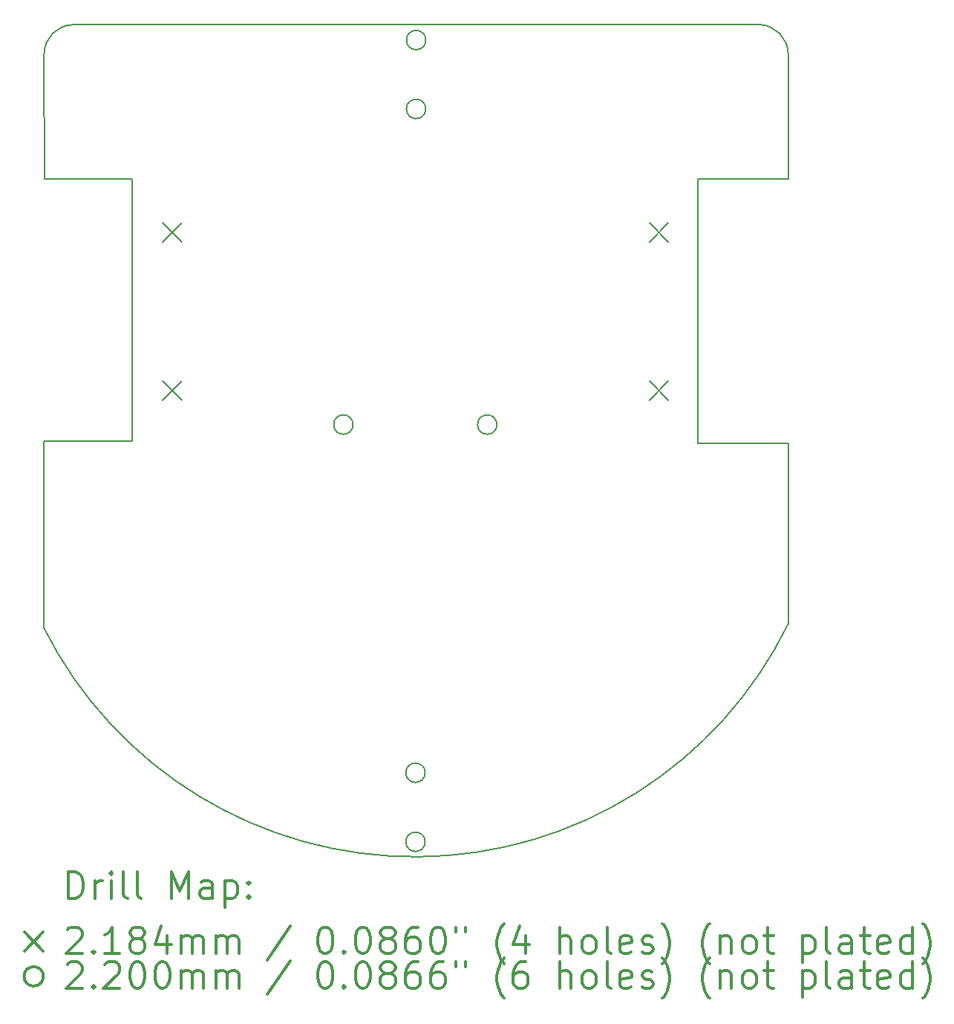
<source format=gbr>
%FSLAX45Y45*%
G04 Gerber Fmt 4.5, Leading zero omitted, Abs format (unit mm)*
G04 Created by KiCad (PCBNEW (5.1.12-1-10_14)) date 2022-11-01 19:05:08*
%MOMM*%
%LPD*%
G01*
G04 APERTURE LIST*
%TA.AperFunction,Profile*%
%ADD10C,0.150000*%
%TD*%
%ADD11C,0.200000*%
%ADD12C,0.300000*%
G04 APERTURE END LIST*
D10*
X20257081Y-12288047D02*
X20256246Y-10241280D01*
X11766296Y-12347702D02*
X11765280Y-10215880D01*
X11766742Y-5803646D02*
G75*
G02*
X12097258Y-5465318I337120J1270D01*
G01*
X19915632Y-5464789D02*
G75*
G02*
X20252182Y-5798058I-508J-337079D01*
G01*
X11767820Y-7221220D02*
X11766804Y-5803646D01*
X20251420Y-7221220D02*
X20252182Y-5798058D01*
X11767820Y-7221220D02*
X12771120Y-7221220D01*
X19222720Y-7221220D02*
X20251420Y-7221220D01*
X20256246Y-10241280D02*
X19222720Y-10241280D01*
X11765280Y-10215880D02*
X12771120Y-10215880D01*
X20257080Y-12288047D02*
G75*
G02*
X11766296Y-12347702I-4260160J2072167D01*
G01*
X19222720Y-7221220D02*
X19222720Y-10241280D01*
X12097258Y-5465318D02*
X19915632Y-5464556D01*
X12771120Y-10215880D02*
X12771120Y-7221220D01*
D11*
X13116180Y-7728380D02*
X13334620Y-7946820D01*
X13334620Y-7728380D02*
X13116180Y-7946820D01*
X13116180Y-9528380D02*
X13334620Y-9746820D01*
X13334620Y-9528380D02*
X13116180Y-9746820D01*
X18669380Y-7728380D02*
X18887820Y-7946820D01*
X18887820Y-7728380D02*
X18669380Y-7946820D01*
X18669380Y-9528380D02*
X18887820Y-9746820D01*
X18887820Y-9528380D02*
X18669380Y-9746820D01*
X15289040Y-10025380D02*
G75*
G03*
X15289040Y-10025380I-110000J0D01*
G01*
X16112000Y-13995400D02*
G75*
G03*
X16112000Y-13995400I-110000J0D01*
G01*
X16112000Y-14782800D02*
G75*
G03*
X16112000Y-14782800I-110000J0D01*
G01*
X16118350Y-6426200D02*
G75*
G03*
X16118350Y-6426200I-110000J0D01*
G01*
X16119620Y-5641340D02*
G75*
G03*
X16119620Y-5641340I-110000J0D01*
G01*
X16929880Y-10025380D02*
G75*
G03*
X16929880Y-10025380I-110000J0D01*
G01*
D12*
X12044208Y-15426482D02*
X12044208Y-15126482D01*
X12115637Y-15126482D01*
X12158494Y-15140768D01*
X12187066Y-15169339D01*
X12201351Y-15197911D01*
X12215637Y-15255054D01*
X12215637Y-15297911D01*
X12201351Y-15355054D01*
X12187066Y-15383625D01*
X12158494Y-15412196D01*
X12115637Y-15426482D01*
X12044208Y-15426482D01*
X12344208Y-15426482D02*
X12344208Y-15226482D01*
X12344208Y-15283625D02*
X12358494Y-15255054D01*
X12372780Y-15240768D01*
X12401351Y-15226482D01*
X12429923Y-15226482D01*
X12529923Y-15426482D02*
X12529923Y-15226482D01*
X12529923Y-15126482D02*
X12515637Y-15140768D01*
X12529923Y-15155054D01*
X12544208Y-15140768D01*
X12529923Y-15126482D01*
X12529923Y-15155054D01*
X12715637Y-15426482D02*
X12687066Y-15412196D01*
X12672780Y-15383625D01*
X12672780Y-15126482D01*
X12872780Y-15426482D02*
X12844208Y-15412196D01*
X12829923Y-15383625D01*
X12829923Y-15126482D01*
X13215637Y-15426482D02*
X13215637Y-15126482D01*
X13315637Y-15340768D01*
X13415637Y-15126482D01*
X13415637Y-15426482D01*
X13687066Y-15426482D02*
X13687066Y-15269339D01*
X13672780Y-15240768D01*
X13644208Y-15226482D01*
X13587066Y-15226482D01*
X13558494Y-15240768D01*
X13687066Y-15412196D02*
X13658494Y-15426482D01*
X13587066Y-15426482D01*
X13558494Y-15412196D01*
X13544208Y-15383625D01*
X13544208Y-15355054D01*
X13558494Y-15326482D01*
X13587066Y-15312196D01*
X13658494Y-15312196D01*
X13687066Y-15297911D01*
X13829923Y-15226482D02*
X13829923Y-15526482D01*
X13829923Y-15240768D02*
X13858494Y-15226482D01*
X13915637Y-15226482D01*
X13944208Y-15240768D01*
X13958494Y-15255054D01*
X13972780Y-15283625D01*
X13972780Y-15369339D01*
X13958494Y-15397911D01*
X13944208Y-15412196D01*
X13915637Y-15426482D01*
X13858494Y-15426482D01*
X13829923Y-15412196D01*
X14101351Y-15397911D02*
X14115637Y-15412196D01*
X14101351Y-15426482D01*
X14087066Y-15412196D01*
X14101351Y-15397911D01*
X14101351Y-15426482D01*
X14101351Y-15240768D02*
X14115637Y-15255054D01*
X14101351Y-15269339D01*
X14087066Y-15255054D01*
X14101351Y-15240768D01*
X14101351Y-15269339D01*
X11539340Y-15811548D02*
X11757780Y-16029988D01*
X11757780Y-15811548D02*
X11539340Y-16029988D01*
X12029923Y-15785054D02*
X12044208Y-15770768D01*
X12072780Y-15756482D01*
X12144208Y-15756482D01*
X12172780Y-15770768D01*
X12187066Y-15785054D01*
X12201351Y-15813625D01*
X12201351Y-15842196D01*
X12187066Y-15885054D01*
X12015637Y-16056482D01*
X12201351Y-16056482D01*
X12329923Y-16027911D02*
X12344208Y-16042196D01*
X12329923Y-16056482D01*
X12315637Y-16042196D01*
X12329923Y-16027911D01*
X12329923Y-16056482D01*
X12629923Y-16056482D02*
X12458494Y-16056482D01*
X12544208Y-16056482D02*
X12544208Y-15756482D01*
X12515637Y-15799339D01*
X12487066Y-15827911D01*
X12458494Y-15842196D01*
X12801351Y-15885054D02*
X12772780Y-15870768D01*
X12758494Y-15856482D01*
X12744208Y-15827911D01*
X12744208Y-15813625D01*
X12758494Y-15785054D01*
X12772780Y-15770768D01*
X12801351Y-15756482D01*
X12858494Y-15756482D01*
X12887066Y-15770768D01*
X12901351Y-15785054D01*
X12915637Y-15813625D01*
X12915637Y-15827911D01*
X12901351Y-15856482D01*
X12887066Y-15870768D01*
X12858494Y-15885054D01*
X12801351Y-15885054D01*
X12772780Y-15899339D01*
X12758494Y-15913625D01*
X12744208Y-15942196D01*
X12744208Y-15999339D01*
X12758494Y-16027911D01*
X12772780Y-16042196D01*
X12801351Y-16056482D01*
X12858494Y-16056482D01*
X12887066Y-16042196D01*
X12901351Y-16027911D01*
X12915637Y-15999339D01*
X12915637Y-15942196D01*
X12901351Y-15913625D01*
X12887066Y-15899339D01*
X12858494Y-15885054D01*
X13172780Y-15856482D02*
X13172780Y-16056482D01*
X13101351Y-15742196D02*
X13029923Y-15956482D01*
X13215637Y-15956482D01*
X13329923Y-16056482D02*
X13329923Y-15856482D01*
X13329923Y-15885054D02*
X13344208Y-15870768D01*
X13372780Y-15856482D01*
X13415637Y-15856482D01*
X13444208Y-15870768D01*
X13458494Y-15899339D01*
X13458494Y-16056482D01*
X13458494Y-15899339D02*
X13472780Y-15870768D01*
X13501351Y-15856482D01*
X13544208Y-15856482D01*
X13572780Y-15870768D01*
X13587066Y-15899339D01*
X13587066Y-16056482D01*
X13729923Y-16056482D02*
X13729923Y-15856482D01*
X13729923Y-15885054D02*
X13744208Y-15870768D01*
X13772780Y-15856482D01*
X13815637Y-15856482D01*
X13844208Y-15870768D01*
X13858494Y-15899339D01*
X13858494Y-16056482D01*
X13858494Y-15899339D02*
X13872780Y-15870768D01*
X13901351Y-15856482D01*
X13944208Y-15856482D01*
X13972780Y-15870768D01*
X13987066Y-15899339D01*
X13987066Y-16056482D01*
X14572780Y-15742196D02*
X14315637Y-16127911D01*
X14958494Y-15756482D02*
X14987066Y-15756482D01*
X15015637Y-15770768D01*
X15029923Y-15785054D01*
X15044208Y-15813625D01*
X15058494Y-15870768D01*
X15058494Y-15942196D01*
X15044208Y-15999339D01*
X15029923Y-16027911D01*
X15015637Y-16042196D01*
X14987066Y-16056482D01*
X14958494Y-16056482D01*
X14929923Y-16042196D01*
X14915637Y-16027911D01*
X14901351Y-15999339D01*
X14887066Y-15942196D01*
X14887066Y-15870768D01*
X14901351Y-15813625D01*
X14915637Y-15785054D01*
X14929923Y-15770768D01*
X14958494Y-15756482D01*
X15187066Y-16027911D02*
X15201351Y-16042196D01*
X15187066Y-16056482D01*
X15172780Y-16042196D01*
X15187066Y-16027911D01*
X15187066Y-16056482D01*
X15387066Y-15756482D02*
X15415637Y-15756482D01*
X15444208Y-15770768D01*
X15458494Y-15785054D01*
X15472780Y-15813625D01*
X15487066Y-15870768D01*
X15487066Y-15942196D01*
X15472780Y-15999339D01*
X15458494Y-16027911D01*
X15444208Y-16042196D01*
X15415637Y-16056482D01*
X15387066Y-16056482D01*
X15358494Y-16042196D01*
X15344208Y-16027911D01*
X15329923Y-15999339D01*
X15315637Y-15942196D01*
X15315637Y-15870768D01*
X15329923Y-15813625D01*
X15344208Y-15785054D01*
X15358494Y-15770768D01*
X15387066Y-15756482D01*
X15658494Y-15885054D02*
X15629923Y-15870768D01*
X15615637Y-15856482D01*
X15601351Y-15827911D01*
X15601351Y-15813625D01*
X15615637Y-15785054D01*
X15629923Y-15770768D01*
X15658494Y-15756482D01*
X15715637Y-15756482D01*
X15744208Y-15770768D01*
X15758494Y-15785054D01*
X15772780Y-15813625D01*
X15772780Y-15827911D01*
X15758494Y-15856482D01*
X15744208Y-15870768D01*
X15715637Y-15885054D01*
X15658494Y-15885054D01*
X15629923Y-15899339D01*
X15615637Y-15913625D01*
X15601351Y-15942196D01*
X15601351Y-15999339D01*
X15615637Y-16027911D01*
X15629923Y-16042196D01*
X15658494Y-16056482D01*
X15715637Y-16056482D01*
X15744208Y-16042196D01*
X15758494Y-16027911D01*
X15772780Y-15999339D01*
X15772780Y-15942196D01*
X15758494Y-15913625D01*
X15744208Y-15899339D01*
X15715637Y-15885054D01*
X16029923Y-15756482D02*
X15972780Y-15756482D01*
X15944208Y-15770768D01*
X15929923Y-15785054D01*
X15901351Y-15827911D01*
X15887066Y-15885054D01*
X15887066Y-15999339D01*
X15901351Y-16027911D01*
X15915637Y-16042196D01*
X15944208Y-16056482D01*
X16001351Y-16056482D01*
X16029923Y-16042196D01*
X16044208Y-16027911D01*
X16058494Y-15999339D01*
X16058494Y-15927911D01*
X16044208Y-15899339D01*
X16029923Y-15885054D01*
X16001351Y-15870768D01*
X15944208Y-15870768D01*
X15915637Y-15885054D01*
X15901351Y-15899339D01*
X15887066Y-15927911D01*
X16244208Y-15756482D02*
X16272780Y-15756482D01*
X16301351Y-15770768D01*
X16315637Y-15785054D01*
X16329923Y-15813625D01*
X16344208Y-15870768D01*
X16344208Y-15942196D01*
X16329923Y-15999339D01*
X16315637Y-16027911D01*
X16301351Y-16042196D01*
X16272780Y-16056482D01*
X16244208Y-16056482D01*
X16215637Y-16042196D01*
X16201351Y-16027911D01*
X16187066Y-15999339D01*
X16172780Y-15942196D01*
X16172780Y-15870768D01*
X16187066Y-15813625D01*
X16201351Y-15785054D01*
X16215637Y-15770768D01*
X16244208Y-15756482D01*
X16458494Y-15756482D02*
X16458494Y-15813625D01*
X16572780Y-15756482D02*
X16572780Y-15813625D01*
X17015637Y-16170768D02*
X17001351Y-16156482D01*
X16972780Y-16113625D01*
X16958494Y-16085054D01*
X16944208Y-16042196D01*
X16929923Y-15970768D01*
X16929923Y-15913625D01*
X16944208Y-15842196D01*
X16958494Y-15799339D01*
X16972780Y-15770768D01*
X17001351Y-15727911D01*
X17015637Y-15713625D01*
X17258494Y-15856482D02*
X17258494Y-16056482D01*
X17187066Y-15742196D02*
X17115637Y-15956482D01*
X17301351Y-15956482D01*
X17644208Y-16056482D02*
X17644208Y-15756482D01*
X17772780Y-16056482D02*
X17772780Y-15899339D01*
X17758494Y-15870768D01*
X17729923Y-15856482D01*
X17687066Y-15856482D01*
X17658494Y-15870768D01*
X17644208Y-15885054D01*
X17958494Y-16056482D02*
X17929923Y-16042196D01*
X17915637Y-16027911D01*
X17901351Y-15999339D01*
X17901351Y-15913625D01*
X17915637Y-15885054D01*
X17929923Y-15870768D01*
X17958494Y-15856482D01*
X18001351Y-15856482D01*
X18029923Y-15870768D01*
X18044208Y-15885054D01*
X18058494Y-15913625D01*
X18058494Y-15999339D01*
X18044208Y-16027911D01*
X18029923Y-16042196D01*
X18001351Y-16056482D01*
X17958494Y-16056482D01*
X18229923Y-16056482D02*
X18201351Y-16042196D01*
X18187066Y-16013625D01*
X18187066Y-15756482D01*
X18458494Y-16042196D02*
X18429923Y-16056482D01*
X18372780Y-16056482D01*
X18344208Y-16042196D01*
X18329923Y-16013625D01*
X18329923Y-15899339D01*
X18344208Y-15870768D01*
X18372780Y-15856482D01*
X18429923Y-15856482D01*
X18458494Y-15870768D01*
X18472780Y-15899339D01*
X18472780Y-15927911D01*
X18329923Y-15956482D01*
X18587066Y-16042196D02*
X18615637Y-16056482D01*
X18672780Y-16056482D01*
X18701351Y-16042196D01*
X18715637Y-16013625D01*
X18715637Y-15999339D01*
X18701351Y-15970768D01*
X18672780Y-15956482D01*
X18629923Y-15956482D01*
X18601351Y-15942196D01*
X18587066Y-15913625D01*
X18587066Y-15899339D01*
X18601351Y-15870768D01*
X18629923Y-15856482D01*
X18672780Y-15856482D01*
X18701351Y-15870768D01*
X18815637Y-16170768D02*
X18829923Y-16156482D01*
X18858494Y-16113625D01*
X18872780Y-16085054D01*
X18887066Y-16042196D01*
X18901351Y-15970768D01*
X18901351Y-15913625D01*
X18887066Y-15842196D01*
X18872780Y-15799339D01*
X18858494Y-15770768D01*
X18829923Y-15727911D01*
X18815637Y-15713625D01*
X19358494Y-16170768D02*
X19344208Y-16156482D01*
X19315637Y-16113625D01*
X19301351Y-16085054D01*
X19287066Y-16042196D01*
X19272780Y-15970768D01*
X19272780Y-15913625D01*
X19287066Y-15842196D01*
X19301351Y-15799339D01*
X19315637Y-15770768D01*
X19344208Y-15727911D01*
X19358494Y-15713625D01*
X19472780Y-15856482D02*
X19472780Y-16056482D01*
X19472780Y-15885054D02*
X19487066Y-15870768D01*
X19515637Y-15856482D01*
X19558494Y-15856482D01*
X19587066Y-15870768D01*
X19601351Y-15899339D01*
X19601351Y-16056482D01*
X19787066Y-16056482D02*
X19758494Y-16042196D01*
X19744208Y-16027911D01*
X19729923Y-15999339D01*
X19729923Y-15913625D01*
X19744208Y-15885054D01*
X19758494Y-15870768D01*
X19787066Y-15856482D01*
X19829923Y-15856482D01*
X19858494Y-15870768D01*
X19872780Y-15885054D01*
X19887066Y-15913625D01*
X19887066Y-15999339D01*
X19872780Y-16027911D01*
X19858494Y-16042196D01*
X19829923Y-16056482D01*
X19787066Y-16056482D01*
X19972780Y-15856482D02*
X20087066Y-15856482D01*
X20015637Y-15756482D02*
X20015637Y-16013625D01*
X20029923Y-16042196D01*
X20058494Y-16056482D01*
X20087066Y-16056482D01*
X20415637Y-15856482D02*
X20415637Y-16156482D01*
X20415637Y-15870768D02*
X20444208Y-15856482D01*
X20501351Y-15856482D01*
X20529923Y-15870768D01*
X20544208Y-15885054D01*
X20558494Y-15913625D01*
X20558494Y-15999339D01*
X20544208Y-16027911D01*
X20529923Y-16042196D01*
X20501351Y-16056482D01*
X20444208Y-16056482D01*
X20415637Y-16042196D01*
X20729923Y-16056482D02*
X20701351Y-16042196D01*
X20687066Y-16013625D01*
X20687066Y-15756482D01*
X20972780Y-16056482D02*
X20972780Y-15899339D01*
X20958494Y-15870768D01*
X20929923Y-15856482D01*
X20872780Y-15856482D01*
X20844208Y-15870768D01*
X20972780Y-16042196D02*
X20944208Y-16056482D01*
X20872780Y-16056482D01*
X20844208Y-16042196D01*
X20829923Y-16013625D01*
X20829923Y-15985054D01*
X20844208Y-15956482D01*
X20872780Y-15942196D01*
X20944208Y-15942196D01*
X20972780Y-15927911D01*
X21072780Y-15856482D02*
X21187066Y-15856482D01*
X21115637Y-15756482D02*
X21115637Y-16013625D01*
X21129923Y-16042196D01*
X21158494Y-16056482D01*
X21187066Y-16056482D01*
X21401351Y-16042196D02*
X21372780Y-16056482D01*
X21315637Y-16056482D01*
X21287066Y-16042196D01*
X21272780Y-16013625D01*
X21272780Y-15899339D01*
X21287066Y-15870768D01*
X21315637Y-15856482D01*
X21372780Y-15856482D01*
X21401351Y-15870768D01*
X21415637Y-15899339D01*
X21415637Y-15927911D01*
X21272780Y-15956482D01*
X21672780Y-16056482D02*
X21672780Y-15756482D01*
X21672780Y-16042196D02*
X21644208Y-16056482D01*
X21587066Y-16056482D01*
X21558494Y-16042196D01*
X21544208Y-16027911D01*
X21529923Y-15999339D01*
X21529923Y-15913625D01*
X21544208Y-15885054D01*
X21558494Y-15870768D01*
X21587066Y-15856482D01*
X21644208Y-15856482D01*
X21672780Y-15870768D01*
X21787066Y-16170768D02*
X21801351Y-16156482D01*
X21829923Y-16113625D01*
X21844208Y-16085054D01*
X21858494Y-16042196D01*
X21872780Y-15970768D01*
X21872780Y-15913625D01*
X21858494Y-15842196D01*
X21844208Y-15799339D01*
X21829923Y-15770768D01*
X21801351Y-15727911D01*
X21787066Y-15713625D01*
X11757780Y-16316768D02*
G75*
G03*
X11757780Y-16316768I-110000J0D01*
G01*
X12029923Y-16181054D02*
X12044208Y-16166768D01*
X12072780Y-16152482D01*
X12144208Y-16152482D01*
X12172780Y-16166768D01*
X12187066Y-16181054D01*
X12201351Y-16209625D01*
X12201351Y-16238196D01*
X12187066Y-16281054D01*
X12015637Y-16452482D01*
X12201351Y-16452482D01*
X12329923Y-16423911D02*
X12344208Y-16438196D01*
X12329923Y-16452482D01*
X12315637Y-16438196D01*
X12329923Y-16423911D01*
X12329923Y-16452482D01*
X12458494Y-16181054D02*
X12472780Y-16166768D01*
X12501351Y-16152482D01*
X12572780Y-16152482D01*
X12601351Y-16166768D01*
X12615637Y-16181054D01*
X12629923Y-16209625D01*
X12629923Y-16238196D01*
X12615637Y-16281054D01*
X12444208Y-16452482D01*
X12629923Y-16452482D01*
X12815637Y-16152482D02*
X12844208Y-16152482D01*
X12872780Y-16166768D01*
X12887066Y-16181054D01*
X12901351Y-16209625D01*
X12915637Y-16266768D01*
X12915637Y-16338196D01*
X12901351Y-16395339D01*
X12887066Y-16423911D01*
X12872780Y-16438196D01*
X12844208Y-16452482D01*
X12815637Y-16452482D01*
X12787066Y-16438196D01*
X12772780Y-16423911D01*
X12758494Y-16395339D01*
X12744208Y-16338196D01*
X12744208Y-16266768D01*
X12758494Y-16209625D01*
X12772780Y-16181054D01*
X12787066Y-16166768D01*
X12815637Y-16152482D01*
X13101351Y-16152482D02*
X13129923Y-16152482D01*
X13158494Y-16166768D01*
X13172780Y-16181054D01*
X13187066Y-16209625D01*
X13201351Y-16266768D01*
X13201351Y-16338196D01*
X13187066Y-16395339D01*
X13172780Y-16423911D01*
X13158494Y-16438196D01*
X13129923Y-16452482D01*
X13101351Y-16452482D01*
X13072780Y-16438196D01*
X13058494Y-16423911D01*
X13044208Y-16395339D01*
X13029923Y-16338196D01*
X13029923Y-16266768D01*
X13044208Y-16209625D01*
X13058494Y-16181054D01*
X13072780Y-16166768D01*
X13101351Y-16152482D01*
X13329923Y-16452482D02*
X13329923Y-16252482D01*
X13329923Y-16281054D02*
X13344208Y-16266768D01*
X13372780Y-16252482D01*
X13415637Y-16252482D01*
X13444208Y-16266768D01*
X13458494Y-16295339D01*
X13458494Y-16452482D01*
X13458494Y-16295339D02*
X13472780Y-16266768D01*
X13501351Y-16252482D01*
X13544208Y-16252482D01*
X13572780Y-16266768D01*
X13587066Y-16295339D01*
X13587066Y-16452482D01*
X13729923Y-16452482D02*
X13729923Y-16252482D01*
X13729923Y-16281054D02*
X13744208Y-16266768D01*
X13772780Y-16252482D01*
X13815637Y-16252482D01*
X13844208Y-16266768D01*
X13858494Y-16295339D01*
X13858494Y-16452482D01*
X13858494Y-16295339D02*
X13872780Y-16266768D01*
X13901351Y-16252482D01*
X13944208Y-16252482D01*
X13972780Y-16266768D01*
X13987066Y-16295339D01*
X13987066Y-16452482D01*
X14572780Y-16138196D02*
X14315637Y-16523911D01*
X14958494Y-16152482D02*
X14987066Y-16152482D01*
X15015637Y-16166768D01*
X15029923Y-16181054D01*
X15044208Y-16209625D01*
X15058494Y-16266768D01*
X15058494Y-16338196D01*
X15044208Y-16395339D01*
X15029923Y-16423911D01*
X15015637Y-16438196D01*
X14987066Y-16452482D01*
X14958494Y-16452482D01*
X14929923Y-16438196D01*
X14915637Y-16423911D01*
X14901351Y-16395339D01*
X14887066Y-16338196D01*
X14887066Y-16266768D01*
X14901351Y-16209625D01*
X14915637Y-16181054D01*
X14929923Y-16166768D01*
X14958494Y-16152482D01*
X15187066Y-16423911D02*
X15201351Y-16438196D01*
X15187066Y-16452482D01*
X15172780Y-16438196D01*
X15187066Y-16423911D01*
X15187066Y-16452482D01*
X15387066Y-16152482D02*
X15415637Y-16152482D01*
X15444208Y-16166768D01*
X15458494Y-16181054D01*
X15472780Y-16209625D01*
X15487066Y-16266768D01*
X15487066Y-16338196D01*
X15472780Y-16395339D01*
X15458494Y-16423911D01*
X15444208Y-16438196D01*
X15415637Y-16452482D01*
X15387066Y-16452482D01*
X15358494Y-16438196D01*
X15344208Y-16423911D01*
X15329923Y-16395339D01*
X15315637Y-16338196D01*
X15315637Y-16266768D01*
X15329923Y-16209625D01*
X15344208Y-16181054D01*
X15358494Y-16166768D01*
X15387066Y-16152482D01*
X15658494Y-16281054D02*
X15629923Y-16266768D01*
X15615637Y-16252482D01*
X15601351Y-16223911D01*
X15601351Y-16209625D01*
X15615637Y-16181054D01*
X15629923Y-16166768D01*
X15658494Y-16152482D01*
X15715637Y-16152482D01*
X15744208Y-16166768D01*
X15758494Y-16181054D01*
X15772780Y-16209625D01*
X15772780Y-16223911D01*
X15758494Y-16252482D01*
X15744208Y-16266768D01*
X15715637Y-16281054D01*
X15658494Y-16281054D01*
X15629923Y-16295339D01*
X15615637Y-16309625D01*
X15601351Y-16338196D01*
X15601351Y-16395339D01*
X15615637Y-16423911D01*
X15629923Y-16438196D01*
X15658494Y-16452482D01*
X15715637Y-16452482D01*
X15744208Y-16438196D01*
X15758494Y-16423911D01*
X15772780Y-16395339D01*
X15772780Y-16338196D01*
X15758494Y-16309625D01*
X15744208Y-16295339D01*
X15715637Y-16281054D01*
X16029923Y-16152482D02*
X15972780Y-16152482D01*
X15944208Y-16166768D01*
X15929923Y-16181054D01*
X15901351Y-16223911D01*
X15887066Y-16281054D01*
X15887066Y-16395339D01*
X15901351Y-16423911D01*
X15915637Y-16438196D01*
X15944208Y-16452482D01*
X16001351Y-16452482D01*
X16029923Y-16438196D01*
X16044208Y-16423911D01*
X16058494Y-16395339D01*
X16058494Y-16323911D01*
X16044208Y-16295339D01*
X16029923Y-16281054D01*
X16001351Y-16266768D01*
X15944208Y-16266768D01*
X15915637Y-16281054D01*
X15901351Y-16295339D01*
X15887066Y-16323911D01*
X16315637Y-16152482D02*
X16258494Y-16152482D01*
X16229923Y-16166768D01*
X16215637Y-16181054D01*
X16187066Y-16223911D01*
X16172780Y-16281054D01*
X16172780Y-16395339D01*
X16187066Y-16423911D01*
X16201351Y-16438196D01*
X16229923Y-16452482D01*
X16287066Y-16452482D01*
X16315637Y-16438196D01*
X16329923Y-16423911D01*
X16344208Y-16395339D01*
X16344208Y-16323911D01*
X16329923Y-16295339D01*
X16315637Y-16281054D01*
X16287066Y-16266768D01*
X16229923Y-16266768D01*
X16201351Y-16281054D01*
X16187066Y-16295339D01*
X16172780Y-16323911D01*
X16458494Y-16152482D02*
X16458494Y-16209625D01*
X16572780Y-16152482D02*
X16572780Y-16209625D01*
X17015637Y-16566768D02*
X17001351Y-16552482D01*
X16972780Y-16509625D01*
X16958494Y-16481054D01*
X16944208Y-16438196D01*
X16929923Y-16366768D01*
X16929923Y-16309625D01*
X16944208Y-16238196D01*
X16958494Y-16195339D01*
X16972780Y-16166768D01*
X17001351Y-16123911D01*
X17015637Y-16109625D01*
X17258494Y-16152482D02*
X17201351Y-16152482D01*
X17172780Y-16166768D01*
X17158494Y-16181054D01*
X17129923Y-16223911D01*
X17115637Y-16281054D01*
X17115637Y-16395339D01*
X17129923Y-16423911D01*
X17144208Y-16438196D01*
X17172780Y-16452482D01*
X17229923Y-16452482D01*
X17258494Y-16438196D01*
X17272780Y-16423911D01*
X17287066Y-16395339D01*
X17287066Y-16323911D01*
X17272780Y-16295339D01*
X17258494Y-16281054D01*
X17229923Y-16266768D01*
X17172780Y-16266768D01*
X17144208Y-16281054D01*
X17129923Y-16295339D01*
X17115637Y-16323911D01*
X17644208Y-16452482D02*
X17644208Y-16152482D01*
X17772780Y-16452482D02*
X17772780Y-16295339D01*
X17758494Y-16266768D01*
X17729923Y-16252482D01*
X17687066Y-16252482D01*
X17658494Y-16266768D01*
X17644208Y-16281054D01*
X17958494Y-16452482D02*
X17929923Y-16438196D01*
X17915637Y-16423911D01*
X17901351Y-16395339D01*
X17901351Y-16309625D01*
X17915637Y-16281054D01*
X17929923Y-16266768D01*
X17958494Y-16252482D01*
X18001351Y-16252482D01*
X18029923Y-16266768D01*
X18044208Y-16281054D01*
X18058494Y-16309625D01*
X18058494Y-16395339D01*
X18044208Y-16423911D01*
X18029923Y-16438196D01*
X18001351Y-16452482D01*
X17958494Y-16452482D01*
X18229923Y-16452482D02*
X18201351Y-16438196D01*
X18187066Y-16409625D01*
X18187066Y-16152482D01*
X18458494Y-16438196D02*
X18429923Y-16452482D01*
X18372780Y-16452482D01*
X18344208Y-16438196D01*
X18329923Y-16409625D01*
X18329923Y-16295339D01*
X18344208Y-16266768D01*
X18372780Y-16252482D01*
X18429923Y-16252482D01*
X18458494Y-16266768D01*
X18472780Y-16295339D01*
X18472780Y-16323911D01*
X18329923Y-16352482D01*
X18587066Y-16438196D02*
X18615637Y-16452482D01*
X18672780Y-16452482D01*
X18701351Y-16438196D01*
X18715637Y-16409625D01*
X18715637Y-16395339D01*
X18701351Y-16366768D01*
X18672780Y-16352482D01*
X18629923Y-16352482D01*
X18601351Y-16338196D01*
X18587066Y-16309625D01*
X18587066Y-16295339D01*
X18601351Y-16266768D01*
X18629923Y-16252482D01*
X18672780Y-16252482D01*
X18701351Y-16266768D01*
X18815637Y-16566768D02*
X18829923Y-16552482D01*
X18858494Y-16509625D01*
X18872780Y-16481054D01*
X18887066Y-16438196D01*
X18901351Y-16366768D01*
X18901351Y-16309625D01*
X18887066Y-16238196D01*
X18872780Y-16195339D01*
X18858494Y-16166768D01*
X18829923Y-16123911D01*
X18815637Y-16109625D01*
X19358494Y-16566768D02*
X19344208Y-16552482D01*
X19315637Y-16509625D01*
X19301351Y-16481054D01*
X19287066Y-16438196D01*
X19272780Y-16366768D01*
X19272780Y-16309625D01*
X19287066Y-16238196D01*
X19301351Y-16195339D01*
X19315637Y-16166768D01*
X19344208Y-16123911D01*
X19358494Y-16109625D01*
X19472780Y-16252482D02*
X19472780Y-16452482D01*
X19472780Y-16281054D02*
X19487066Y-16266768D01*
X19515637Y-16252482D01*
X19558494Y-16252482D01*
X19587066Y-16266768D01*
X19601351Y-16295339D01*
X19601351Y-16452482D01*
X19787066Y-16452482D02*
X19758494Y-16438196D01*
X19744208Y-16423911D01*
X19729923Y-16395339D01*
X19729923Y-16309625D01*
X19744208Y-16281054D01*
X19758494Y-16266768D01*
X19787066Y-16252482D01*
X19829923Y-16252482D01*
X19858494Y-16266768D01*
X19872780Y-16281054D01*
X19887066Y-16309625D01*
X19887066Y-16395339D01*
X19872780Y-16423911D01*
X19858494Y-16438196D01*
X19829923Y-16452482D01*
X19787066Y-16452482D01*
X19972780Y-16252482D02*
X20087066Y-16252482D01*
X20015637Y-16152482D02*
X20015637Y-16409625D01*
X20029923Y-16438196D01*
X20058494Y-16452482D01*
X20087066Y-16452482D01*
X20415637Y-16252482D02*
X20415637Y-16552482D01*
X20415637Y-16266768D02*
X20444208Y-16252482D01*
X20501351Y-16252482D01*
X20529923Y-16266768D01*
X20544208Y-16281054D01*
X20558494Y-16309625D01*
X20558494Y-16395339D01*
X20544208Y-16423911D01*
X20529923Y-16438196D01*
X20501351Y-16452482D01*
X20444208Y-16452482D01*
X20415637Y-16438196D01*
X20729923Y-16452482D02*
X20701351Y-16438196D01*
X20687066Y-16409625D01*
X20687066Y-16152482D01*
X20972780Y-16452482D02*
X20972780Y-16295339D01*
X20958494Y-16266768D01*
X20929923Y-16252482D01*
X20872780Y-16252482D01*
X20844208Y-16266768D01*
X20972780Y-16438196D02*
X20944208Y-16452482D01*
X20872780Y-16452482D01*
X20844208Y-16438196D01*
X20829923Y-16409625D01*
X20829923Y-16381054D01*
X20844208Y-16352482D01*
X20872780Y-16338196D01*
X20944208Y-16338196D01*
X20972780Y-16323911D01*
X21072780Y-16252482D02*
X21187066Y-16252482D01*
X21115637Y-16152482D02*
X21115637Y-16409625D01*
X21129923Y-16438196D01*
X21158494Y-16452482D01*
X21187066Y-16452482D01*
X21401351Y-16438196D02*
X21372780Y-16452482D01*
X21315637Y-16452482D01*
X21287066Y-16438196D01*
X21272780Y-16409625D01*
X21272780Y-16295339D01*
X21287066Y-16266768D01*
X21315637Y-16252482D01*
X21372780Y-16252482D01*
X21401351Y-16266768D01*
X21415637Y-16295339D01*
X21415637Y-16323911D01*
X21272780Y-16352482D01*
X21672780Y-16452482D02*
X21672780Y-16152482D01*
X21672780Y-16438196D02*
X21644208Y-16452482D01*
X21587066Y-16452482D01*
X21558494Y-16438196D01*
X21544208Y-16423911D01*
X21529923Y-16395339D01*
X21529923Y-16309625D01*
X21544208Y-16281054D01*
X21558494Y-16266768D01*
X21587066Y-16252482D01*
X21644208Y-16252482D01*
X21672780Y-16266768D01*
X21787066Y-16566768D02*
X21801351Y-16552482D01*
X21829923Y-16509625D01*
X21844208Y-16481054D01*
X21858494Y-16438196D01*
X21872780Y-16366768D01*
X21872780Y-16309625D01*
X21858494Y-16238196D01*
X21844208Y-16195339D01*
X21829923Y-16166768D01*
X21801351Y-16123911D01*
X21787066Y-16109625D01*
M02*

</source>
